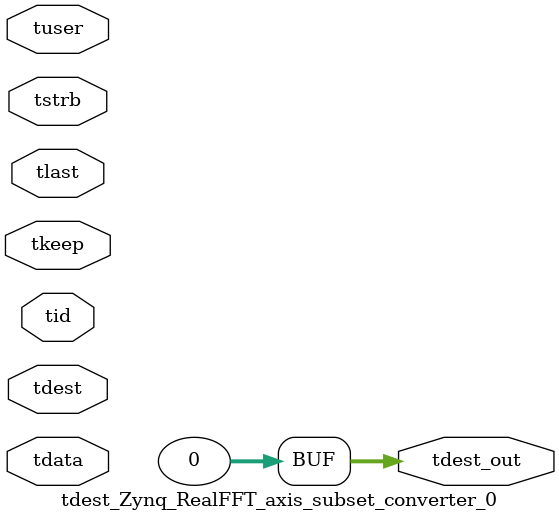
<source format=v>


`timescale 1ps/1ps

module tdest_Zynq_RealFFT_axis_subset_converter_0 #
(
parameter C_S_AXIS_TDATA_WIDTH = 32,
parameter C_S_AXIS_TUSER_WIDTH = 0,
parameter C_S_AXIS_TID_WIDTH   = 0,
parameter C_S_AXIS_TDEST_WIDTH = 0,
parameter C_M_AXIS_TDEST_WIDTH = 32
)
(
input  [(C_S_AXIS_TDATA_WIDTH == 0 ? 1 : C_S_AXIS_TDATA_WIDTH)-1:0     ] tdata,
input  [(C_S_AXIS_TUSER_WIDTH == 0 ? 1 : C_S_AXIS_TUSER_WIDTH)-1:0     ] tuser,
input  [(C_S_AXIS_TID_WIDTH   == 0 ? 1 : C_S_AXIS_TID_WIDTH)-1:0       ] tid,
input  [(C_S_AXIS_TDEST_WIDTH == 0 ? 1 : C_S_AXIS_TDEST_WIDTH)-1:0     ] tdest,
input  [(C_S_AXIS_TDATA_WIDTH/8)-1:0 ] tkeep,
input  [(C_S_AXIS_TDATA_WIDTH/8)-1:0 ] tstrb,
input                                                                    tlast,
output [C_M_AXIS_TDEST_WIDTH-1:0] tdest_out
);

assign tdest_out = {1'b0};

endmodule


</source>
